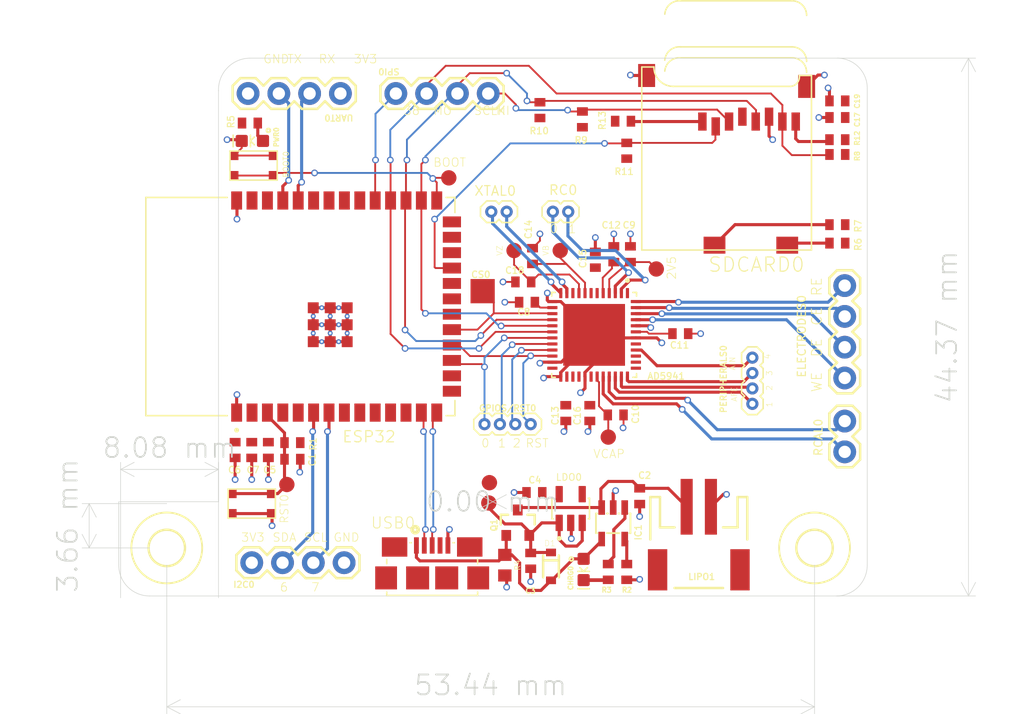
<source format=kicad_pcb>
(kicad_pcb (version 20241229) (generator "pcbnew") (generator_version "9.0")
  (layers (0 "F.Cu" signal) (2 "B.Cu" signal) (13 "F.Paste" user) (15 "B.Paste" user) (5 "F.SilkS" user "F.Silkscreen") (7 "B.SilkS" user "B.Silkscreen") (1 "F.Mask" user) (3 "B.Mask" user) (25 "Edge.Cuts" user))
  (net 0 "")
  (net 1 "GND")
  (net 2 "USB_P")
  (net 3 "USB_N")
  (net 4 "V_USB")
  (net 5 "VLIPO")
  (net 6 "3.3V")
  (net 7 "BOOT")
  (net 8 "N$1")
  (net 9 "N$2")
  (net 10 "N$3")
  (net 11 "N$7")
  (net 12 "N$4")
  (net 13 "MISO")
  (net 14 "SCLK")
  (net 15 "MOSI")
  (net 16 "SDA/6/CH0")
  (net 17 "SCL/7/CH1")
  (net 18 "XTAL.I")
  (net 19 "XTAL.O")
  (net 20 "RE")
  (net 21 "WE")
  (net 22 "CE")
  (net 23 "CS.AFE")
  (net 24 "REF.2V5")
  (net 25 "REF.1V8")
  (net 26 "DVDD.1V8")
  (net 27 "BIAS.CAP")
  (net 28 "AVDD.REG")
  (net 29 "RCAL0")
  (net 30 "RCAL1")
  (net 31 "ZERO.0")
  (net 32 "BIAS.0")
  (net 33 "RC0.0")
  (net 34 "RC0.1")
  (net 35 "RC0.2")
  (net 36 "AIN0")
  (net 37 "AIN1")
  (net 38 "AIN2")
  (net 39 "AIN3")
  (net 40 "AIN4")
  (net 41 "AFE1")
  (net 42 "AFE2")
  (net 43 "AFE3")
  (net 44 "AFE4")
  (net 45 "GPIO.0")
  (net 46 "GPIO.1")
  (net 47 "GPIO.2")
  (net 48 "DE")
  (net 49 "MCU.RST")
  (net 50 "AFE.RST")
  (net 51 "RX")
  (net 52 "TX")
  (net 53 "CD1")
  (net 54 "CD2")
  (net 55 "CS.SD")
  (net 56 "DAT1")
  (net 57 "DAT2")
  (net 58 "CS.SPI")
  (footprint "HELPStat_V2:R0402" (layer "F.Cu") (at 176.908774 90.76337 180)
    (property "Reference" "R8")
    (property "Value" "47k")
  )
  (footprint "HELPStat_V2:C0402" (layer "F.Cu") (at 159.839974 98.99297 90)
    (property "Reference" "C9")
    (property "Value" "470n")
  )
  (footprint "HELPStat_V2:MICROSD" (layer "F.Cu") (at 174.775174 98.68817 180)
    (property "Reference" "SDCARD0")
    (property "Value" "MICROSD" (hide yes))
  )
  (footprint "HELPStat_V2:R0402" (layer "F.Cu") (at 155.877574 87.86777 90)
    (property "Reference" "R9")
    (property "Value" "47k")
  )
  (footprint "HELPStat_V2:R0402" (layer "F.Cu") (at 131.950774 114.53777 180)
    (property "Reference" "R1")
    (property "Value" "10k")
  )
  (footprint "HELPStat_V2:R0402" (layer "F.Cu") (at 176.908774 98.07857 180)
    (property "Reference" "R6")
    (property "Value" "47k")
  )
  (footprint "HELPStat_V2:TP20SQ_385" (layer "F.Cu") (at 147.647974 102.04097)
    (property "Reference" "CS0")
    (property "Value" "TPTP20SQ")
  )
  (footprint "HELPStat_V2:C0402" (layer "F.Cu") (at 176.908774 87.71537 180)
    (property "Reference" "C17")
    (property "Value" "10u")
  )
  (footprint "HELPStat_V2:C0402" (layer "F.Cu") (at 160.601974 118.95737 -90)
    (property "Reference" "C2")
    (property "Value" "10u")
  )
  (footprint "HELPStat_V2:1X04" (layer "F.Cu") (at 128.597974 124.44377)
    (property "Reference" "I2C0")
    (property "Value" "")
  )
  (footprint "HELPStat_V2:PAD.03X.05" (layer "F.Cu") (at 148.206774 117.83977)
    (property "Reference" "TP4" (hide yes))
    (property "Value" "" (hide yes))
  )
  (footprint "HELPStat_V2:C0402" (layer "F.Cu") (at 151.000774 101.27897 180)
    (property "Reference" "C18")
    (property "Value" "100n")
  )
  (footprint "HELPStat_V2:R0402" (layer "F.Cu") (at 128.445574 88.17257 180)
    (property "Reference" "R5")
    (property "Value" "4k7")
  )
  (footprint "HELPStat_V2:XCVR_ESP32S3WROOM1N8R8" (layer "F.Cu") (at 132.611174 103.31097 90)
    (property "Reference" "ESP32")
    (property "Value" "ESP32-S3-WROOM-1-N8R8")
  )
  (footprint "HELPStat_V2:1X02_1.27MM" (layer "F.Cu") (at 153.439174 95.48777)
    (property "Reference" "RC0")
    (property "Value" "")
  )
  (footprint "HELPStat_V2:PAD.03X.05" (layer "F.Cu") (at 144.853974 92.69377)
    (property "Reference" "TP1" (hide yes))
    (property "Value" "" (hide yes))
  )
  (footprint "HELPStat_V2:C0402" (layer "F.Cu") (at 129.969574 115.14737 -90)
    (property "Reference" "C5")
    (property "Value" "10u")
  )
  (footprint "HELPStat_V2:PAD.03X.05" (layer "F.Cu") (at 148.155974 119.51617)
    (property "Reference" "TP3" (hide yes))
    (property "Value" "" (hide yes))
  )
  (footprint "HELPStat_V2:2,8_237" (layer "F.Cu") (at 175.029174 123.22457)
    (property "Reference" "H4" (hide yes))
    (property "Value" "MOUNT-HOLE2.8" (hide yes))
  )
  (footprint "HELPStat_V2:JST-2-SMD" (layer "F.Cu") (at 165.478774 123.52937 180)
    (property "Reference" "LIPO1")
    (property "Value" "")
  )
  (footprint "HELPStat_V2:C0402" (layer "F.Cu") (at 127.226374 115.14737 -90)
    (property "Reference" "C6")
    (property "Value" "10u")
  )
  (footprint "HELPStat_V2:C0402" (layer "F.Cu") (at 151.305574 102.95537 180)
    (property "Reference" "C8")
    (property "Value" "470n")
  )
  (footprint "HELPStat_V2:1X04" (layer "F.Cu") (at 135.913174 85.73417 180)
    (property "Reference" "UART0")
    (property "Value" "")
  )
  (footprint "HELPStat_V2:C0402" (layer "F.Cu") (at 131.950774 115.90937)
    (property "Reference" "C1")
    (property "Value" "10u")
  )
  (footprint "HELPStat_V2:C0402" (layer "F.Cu") (at 151.762774 99.14537 90)
    (property "Reference" "C14")
    (property "Value" "100n")
  )
  (footprint "HELPStat_V2:LED-0603" (layer "F.Cu") (at 155.979174 125.00257 -90)
    (property "Reference" "CHRG0")
    (property "Value" "YLW")
  )
  (footprint "HELPStat_V2:R0402" (layer "F.Cu") (at 176.908774 89.54417 180)
    (property "Reference" "R12")
    (property "Value" "47k")
  )
  (footprint "HELPStat_V2:C0402" (layer "F.Cu") (at 128.597974 115.14737 -90)
    (property "Reference" "C7")
    (property "Value" "1u")
  )
  (footprint "HELPStat_V2:1X02" (layer "F.Cu") (at 177.518374 115.29977 90)
    (property "Reference" "RCAL0")
    (property "Value" "")
  )
  (footprint "HELPStat_V2:R0402" (layer "F.Cu") (at 152.372374 87.10577 90)
    (property "Reference" "R10")
    (property "Value" "47k")
  )
  (footprint "HELPStat_V2:PAD.03X.05" (layer "F.Cu") (at 154.048774 98.68817)
    (property "Reference" "VB0" (hide yes))
    (property "Value" "" (hide yes))
  )
  (footprint "HELPStat_V2:C0402" (layer "F.Cu") (at 158.620774 112.25177)
    (property "Reference" "C10")
    (property "Value" "470n")
  )
  (footprint "HELPStat_V2:R0402" (layer "F.Cu") (at 159.535174 90.45857 90)
    (property "Reference" "R11")
    (property "Value" "47k")
  )
  (footprint "HELPStat_V2:C0402" (layer "F.Cu") (at 156.944374 99.45017 90)
    (property "Reference" "C15")
    (property "Value" "100n")
  )
  (footprint "HELPStat_V2:BUTTON-GULLWING" (layer "F.Cu") (at 128.750374 91.67777)
    (property "Reference" "BOOT0")
    (property "Value" "")
  )
  (footprint "HELPStat_V2:SOT23-3" (layer "F.Cu") (at 150.543574 121.19257)
    (property "Reference" "Q1")
    (property "Value" "2.5A/30V/105mΩ")
  )
  (footprint "HELPStat_V2:R0603" (layer "F.Cu") (at 149.476774 124.64697 -90)
    (property "Reference" "R4")
    (property "Value" "100k")
  )
  (footprint "HELPStat_V2:C0402" (layer "F.Cu") (at 176.908774 86.34377 180)
    (property "Reference" "C19")
    (property "Value" "100n")
  )
  (footprint "HELPStat_V2:R0402" (layer "F.Cu") (at 159.230374 88.02017)
    (property "Reference" "R13")
    (property "Value" "47k")
  )
  (footprint "HELPStat_V2:C0402" (layer "F.Cu") (at 163.954774 105.54617)
    (property "Reference" "C11")
    (property "Value" "4.7u")
  )
  (footprint "HELPStat_V2:2,8_237" (layer "F.Cu") (at 121.587574 123.22457)
    (property "Reference" "H2" (hide yes))
    (property "Value" "MOUNT-HOLE2.8" (hide yes))
  )
  (footprint "HELPStat_V2:C0402" (layer "F.Cu") (at 151.610374 124.29137 -90)
    (property "Reference" "C3")
    (property "Value" "10u")
  )
  (footprint "HELPStat_V2:AMPHENOL_10118192-0001LF_39346738" (layer "F.Cu") (at 143.482374 123.02137)
    (property "Reference" "USB0")
    (property "Value" "10118192-0001LF")
  )
  (footprint "HELPStat_V2:1X04_1.27MM" (layer "F.Cu") (at 169.898374 107.52737 -90)
    (property "Reference" "PERIPHERALS0")
    (property "Value" "")
  )
  (footprint "HELPStat_V2:PAD.03X.05" (layer "F.Cu") (at 158.011174 114.08057)
    (property "Reference" "VCAP0" (hide yes))
    (property "Value" "" (hide yes))
  )
  (footprint "HELPStat_V2:PAD.03X.05" (layer "F.Cu") (at 150.238774 98.68817)
    (property "Reference" "VZ0" (hide yes))
    (property "Value" "" (hide yes))
  )
  (footprint "HELPStat_V2:QFN50P700X700X80-49N_39313983" (layer "F.Cu") (at 156.842774 105.64777 -90)
    (property "Reference" "AD5941")
    (property "Value" "AD5941BCPZ-RL7")
  )
  (footprint "HELPStat_V2:R0402" (layer "F.Cu") (at 158.011174 125.20577 90)
    (property "Reference" "R3")
    (property "Value" "4k7")
  )
  (footprint "HELPStat_V2:PAD.03X.05" (layer "F.Cu") (at 161.973574 100.21217)
    (property "Reference" "UNK2V5" (hide yes))
    (property "Value" "" (hide yes))
  )
  (footprint "HELPStat_V2:1X04_1.27MM" (layer "F.Cu") (at 147.800374 113.01377)
    (property "Reference" "GPIOS/RST0")
    (property "Value" "")
  )
  (footprint "HELPStat_V2:SOT23-5L" (layer "F.Cu") (at 158.417574 121.19257 180)
    (property "Reference" "IC1")
    (property "Value" "MCP73831/OT")
  )
  (footprint "HELPStat_V2:PAD.03X.05" (layer "F.Cu") (at 131.493574 117.99217)
    (property "Reference" "TP2" (hide yes))
    (property "Value" "" (hide yes))
  )
  (footprint "HELPStat_V2:R0402" (layer "F.Cu") (at 176.908774 96.55457 180)
    (property "Reference" "R7")
    (property "Value" "47k")
  )
  (footprint "HELPStat_V2:LED-0603" (layer "F.Cu") (at 128.648774 89.64577 180)
    (property "Reference" "PWR0")
    (property "Value" "GREEN")
  )
  (footprint "HELPStat_V2:C0402" (layer "F.Cu") (at 158.468374 98.99297 90)
    (property "Reference" "C12")
    (property "Value" "470n")
  )
  (footprint "HELPStat_V2:1X02_1.27MM" (layer "F.Cu") (at 149.629174 95.48777 180)
    (property "Reference" "XTAL0")
    (property "Value" "")
  )
  (footprint "HELPStat_V2:R0402" (layer "F.Cu") (at 159.535174 125.20577 90)
    (property "Reference" "R2")
    (property "Value" "4k7")
  )
  (footprint "HELPStat_V2:BUTTON-GULLWING" (layer "F.Cu") (at 128.597974 119.56697 180)
    (property "Reference" "RST0")
    (property "Value" "")
  )
  (footprint "HELPStat_V2:SOT95P285X140-5N_39313995" (layer "F.Cu") (at 154.912374 119.97337 90)
    (property "Reference" "LDO0")
    (property "Value" "AP2112K-3.3TRG1")
  )
  (footprint "HELPStat_V2:C0402" (layer "F.Cu") (at 151.915174 118.65257 180)
    (property "Reference" "C4")
    (property "Value" "10u")
  )
  (footprint "HELPStat_V2:C0402" (layer "F.Cu") (at 156.487174 112.09937 -90)
    (property "Reference" "C16")
    (property "Value" "100n")
  )
  (footprint "HELPStat_V2:SOD-323_39314421" (layer "F.Cu") (at 153.286774 124.74857 -90)
    (property "Reference" "D1")
    (property "Value" "BAT20JFILM")
  )
  (footprint "HELPStat_V2:1X04" (layer "F.Cu") (at 140.485174 85.73417)
    (property "Reference" "SPI0")
    (property "Value" "")
  )
  (footprint "HELPStat_V2:C0402" (layer "F.Cu") (at 154.505974 112.09937 -90)
    (property "Reference" "C13")
    (property "Value" "100n")
  )
  (footprint "HELPStat_V2:1X04" (layer "F.Cu") (at 177.518374 101.58377 -90)
    (property "Reference" "ELECTRODES0")
    (property "Value" "")
  )
  (gr_circle (center 154.963174 124.13897) (end 155.115574 124.13897) (stroke (width 0.1524)) (fill no) (layer "F.SilkS"))
  (gr_circle (center 129.969574 88.78217) (end 130.121974 88.78217) (stroke (width 0.1524)) (fill no) (layer "F.SilkS"))
  (gr_arc (start 179.375867 124.655628) (mid 178.62887 126.446079) (end 176.835883 127.18697) (stroke (width 0.05)) (layer "Edge.Cuts"))
  (gr_line (start 125.854774 85.498167) (end 125.854774 119.41457) (stroke (width 0.05)) (layer "Edge.Cuts"))
  (gr_line (start 120.165174 127.18697) (end 176.835883 127.18697) (stroke (width 0.05)) (layer "Edge.Cuts"))
  (gr_arc (start 125.854775 85.498168) (mid 126.567627 83.635661) (end 128.387562 82.82023) (stroke (width 0.05)) (layer "Edge.Cuts"))
  (gr_line (start 125.854774 119.41457) (end 117.625174 119.41457) (stroke (width 0.05)) (layer "Edge.Cuts"))
  (gr_arc (start 176.963599 82.82023) (mid 178.699918 83.59274) (end 179.375867 85.36888) (stroke (width 0.05)) (layer "Edge.Cuts"))
  (gr_line (start 176.963599 82.82023) (end 128.387562 82.82023) (stroke (width 0.05)) (layer "Edge.Cuts"))
  (gr_line (start 117.625174 119.41457) (end 117.625174 124.64697) (stroke (width 0.05)) (layer "Edge.Cuts"))
  (gr_arc (start 120.165174 127.18697) (mid 118.369123 126.443021) (end 117.625174 124.64697) (stroke (width 0.05)) (layer "Edge.Cuts"))
  (gr_line (start 179.375867 124.655629) (end 179.375867 85.36888) (stroke (width 0.05)) (layer "Edge.Cuts"))
  (gr_text "SDA" (at 130.274374 122.76737 0) (layer "F.SilkS") (effects (font (size 0.70104 0.70104) (thickness 0.06096)) (justify left bottom)))
  (gr_text "GND" (at 129.512374 83.29577 0) (layer "F.SilkS") (effects (font (size 0.70104 0.70104) (thickness 0.06096)) (justify left bottom)))
  (gr_text "3V3" (at 136.979974 83.29577 0) (layer "F.SilkS") (effects (font (size 0.70104 0.70104) (thickness 0.06096)) (justify left bottom)))
  (gr_text "0" (at 147.495574 114.99497 0) (layer "F.SilkS") (effects (font (size 0.70104 0.70104) (thickness 0.06096)) (justify left bottom)))
  (gr_text "MI" (at 148.714774 87.56297 0) (layer "F.SilkS") (effects (font (size 0.70104 0.70104) (thickness 0.06096)) (justify left bottom)))
  (gr_text "AIN" (at 168.526774 108.59417 90) (layer "F.SilkS") (effects (font (size 0.46736 0.46736) (thickness 0.04064)) (justify left bottom)))
  (gr_text "RE" (at 175.689574 102.49817 90) (layer "F.SilkS") (effects (font (size 0.81788 0.81788) (thickness 0.07112)) (justify left bottom)))
  (gr_text "RX" (at 134.084374 83.29577 0) (layer "F.SilkS") (effects (font (size 0.70104 0.70104) (thickness 0.06096)) (justify left bottom)))
  (gr_text "3" (at 171.574774 109.05137 90) (layer "F.SilkS") (effects (font (size 0.46736 0.46736) (thickness 0.04064)) (justify left bottom)))
  (gr_text "MO" (at 143.533174 87.56297 0) (layer "F.SilkS") (effects (font (size 0.70104 0.70104) (thickness 0.06096)) (justify left bottom)))
  (gr_text "38" (at 141.094774 87.56297 0) (layer "F.SilkS") (effects (font (size 0.70104 0.70104) (thickness 0.06096)) (justify left bottom)))
  (gr_text "WE" (at 175.689574 110.42297 90) (layer "F.SilkS") (effects (font (size 0.81788 0.81788) (thickness 0.07112)) (justify left bottom)))
  (gr_text "BOOT" (at 143.533174 91.83017 0) (layer "F.SilkS") (effects (font (size 0.70104 0.70104) (thickness 0.06096)) (justify left bottom)))
  (gr_text "4" (at 171.422374 107.67977 90) (layer "F.SilkS") (effects (font (size 0.46736 0.46736) (thickness 0.04064)) (justify left bottom)))
  (gr_text "TX" (at 131.493574 83.29577 0) (layer "F.SilkS") (effects (font (size 0.70104 0.70104) (thickness 0.06096)) (justify left bottom)))
  (gr_text "6" (at 130.883974 126.88217 0) (layer "F.SilkS") (effects (font (size 0.70104 0.70104) (thickness 0.06096)) (justify left bottom)))
  (gr_text "2V5" (at 163.649974 101.12657 90) (layer "F.SilkS") (effects (font (size 0.70104 0.70104) (thickness 0.06096)) (justify left bottom)))
  (gr_text "3V3" (at 127.683574 122.76737 0) (layer "F.SilkS") (effects (font (size 0.70104 0.70104) (thickness 0.06096)) (justify left bottom)))
  (gr_text "VB" (at 153.134374 99.14537 90) (layer "F.SilkS") (effects (font (size 0.46736 0.46736) (thickness 0.04064)) (justify left bottom)))
  (gr_text "DE" (at 175.689574 107.52737 90) (layer "F.SilkS") (effects (font (size 0.81788 0.81788) (thickness 0.07112)) (justify left bottom)))
  (gr_text "VCAP" (at 156.73624 115.876756 0) (layer "F.SilkS") (effects (font (size 0.70104 0.70104) (thickness 0.06096)) (justify left bottom)))
  (gr_text "2" (at 150.086374 114.99497 0) (layer "F.SilkS") (effects (font (size 0.70104 0.70104) (thickness 0.06096)) (justify left bottom)))
  (gr_text "0" (at 153.134374 97.31657 0) (layer "F.SilkS") (effects (font (size 0.70104 0.70104) (thickness 0.06096)) (justify left bottom)))
  (gr_text "CE" (at 175.689574 104.93657 90) (layer "F.SilkS") (effects (font (size 0.81788 0.81788) (thickness 0.07112)) (justify left bottom)))
  (gr_text "VZ" (at 149.324374 99.14537 90) (layer "F.SilkS") (effects (font (size 0.46736 0.46736) (thickness 0.04064)) (justify left bottom)))
  (gr_text "RST" (at 151.153174 114.99497 0) (layer "F.SilkS") (effects (font (size 0.70104 0.70104) (thickness 0.06096)) (justify left bottom)))
  (gr_text "1" (at 148.867174 114.99497 0) (layer "F.SilkS") (effects (font (size 0.70104 0.70104) (thickness 0.06096)) (justify left bottom)))
  (gr_text "GND" (at 135.303574 122.76737 0) (layer "F.SilkS") (effects (font (size 0.70104 0.70104) (thickness 0.06096)) (justify left bottom)))
  (gr_text "SCLK" (at 146.885974 87.56297 0) (layer "F.SilkS") (effects (font (size 0.70104 0.70104) (thickness 0.06096)) (justify left bottom)))
  (gr_text "AFE" (at 168.679174 111.18497 90) (layer "F.SilkS") (effects (font (size 0.46736 0.46736) (thickness 0.04064)) (justify left bottom)))
  (gr_text "SCL" (at 132.865174 122.76737 0) (layer "F.SilkS") (effects (font (size 0.70104 0.70104) (thickness 0.06096)) (justify left bottom)))
  (gr_text "7" (at 133.474774 126.88217 0) (layer "F.SilkS") (effects (font (size 0.70104 0.70104) (thickness 0.06096)) (justify left bottom)))
  (gr_text "2" (at 171.574774 110.27057 90) (layer "F.SilkS") (effects (font (size 0.46736 0.46736) (thickness 0.04064)) (justify left bottom)))
  (gr_text "1" (at 154.658374 97.31657 0) (layer "F.SilkS") (effects (font (size 0.70104 0.70104) (thickness 0.06096)) (justify left bottom)))
  (gr_text "1" (at 171.574774 111.64217 90) (layer "F.SilkS") (effects (font (size 0.46736 0.46736) (thickness 0.04064)) (justify left bottom)))
  (dimension (type aligned) (layer "Edge.Cuts") (pts (xy 121.587574 123.22457) (xy 175.029174 123.22457)) (height 13.1064) (format (prefix "") (suffix "") (units 2) (units_format 1) (precision 2)) (style (thickness 0.05) (arrow_length 1.27) (text_position_mode 0) (arrow_direction outward) (extension_height 0.58642) (extension_offset 0) (keep_text_aligned yes)) (gr_text "53.44 mm" (at 148.308374 134.55297 0) (layer "Edge.Cuts") (effects (font (size 1.63576 1.63576) (thickness 0.14224)))))
  (dimension (type aligned) (layer "Edge.Cuts") (pts (xy 117.777574 127.33937) (xy 125.854774 127.33937)) (height -10.5918) (format (prefix "") (suffix "") (units 2) (units_format 1) (precision 2)) (style (thickness 0.05) (arrow_length 1.27) (text_position_mode 0) (arrow_direction outward) (extension_height 0.58642) (extension_offset 0) (keep_text_aligned yes)) (gr_text "8.08 mm" (at 121.816174 114.96957 0) (layer "Edge.Cuts") (effects (font (size 1.63576 1.63576) (thickness 0.14224)))))
  (dimension (type aligned) (layer "Edge.Cuts") (pts (xy 121.587574 123.22457) (xy 121.587574 119.56697)) (height -6.4008) (format (prefix "") (suffix "") (units 2) (units_format 1) (precision 2)) (style (thickness 0.05) (arrow_length 1.27) (text_position_mode 0) (arrow_direction outward) (extension_height 0.58642) (extension_offset 0) (keep_text_aligned yes)) (gr_text "3.66 mm" (at 113.408774 121.39577 90) (layer "Edge.Cuts") (effects (font (size 1.63576 1.63576) (thickness 0.14224)))))
  (dimension (type aligned) (layer "Edge.Cuts") (pts (xy 148.486174 119.41457) (xy 148.486174 119.41457)) (height 0) (format (prefix "") (suffix "") (units 2) (units_format 1) (precision 2)) (style (thickness 0.05) (arrow_length 1.27) (text_position_mode 0) (arrow_direction outward) (extension_height 0.58642) (extension_offset 0) (keep_text_aligned yes)) (gr_text "0.00 mm" (at 148.486174 119.41457 0) (layer "Edge.Cuts") (effects (font (size 1.63576 1.63576) (thickness 0.14224)))))
  (dimension (type aligned) (layer "Edge.Cuts") (pts (xy 176.899741 82.82023) (xy 176.899741 127.18697)) (height -10.829433) (format (prefix "") (suffix "") (units 2) (units_format 1) (precision 2)) (style (thickness 0.05) (arrow_length 1.27) (text_position_mode 0) (arrow_direction outward) (extension_height 0.58642) (extension_offset 0) (keep_text_aligned yes)) (gr_text "44.37 mm" (at 185.951174 105.0036 90) (layer "Edge.Cuts") (effects (font (size 1.63576 1.63576) (thickness 0.14224)))))
  (segment (start 151.265174 118.65257) (end 150.238774 118.65257) (width 0.254) (layer "F.Cu") (net 1))
  (segment (start 149.629174 125.64937) (end 149.629174 126.45957) (width 0.254) (layer "F.Cu") (net 1))
  (segment (start 171.275174 89.24457) (end 171.574774 89.54417) (width 0.254) (layer "F.Cu") (net 1))
  (segment (start 136.471174 103.41097) (end 136.471174 104.11097) (width 0.254) (layer "F.Cu") (net 1))
  (segment (start 156.690374 105.49537) (end 156.842774 105.64777) (width 0.254) (layer "F.Cu") (net 1))
  (segment (start 127.771774 89.64577) (end 127.670506 89.544502) (width 0.254) (layer "F.Cu") (net 1))
  (segment (start 136.471174 104.81097) (end 136.471174 104.11097) (width 0.254) (layer "F.Cu") (net 1))
  (segment (start 151.610374 124.94137) (end 151.610374 126.00617) (width 0.254) (layer "F.Cu") (net 1))
  (segment (start 151.762774 98.49537) (end 152.372374 97.88577) (width 0.1524) (layer "F.Cu") (net 1))
  (segment (start 135.071174 106.21097) (end 135.771174 106.21097) (width 0.254) (layer "F.Cu") (net 1))
  (segment (start 130.274374 120.46837) (end 130.274374 121.39577) (width 0.254) (layer "F.Cu") (net 1))
  (segment (start 156.092774 109.09277) (end 156.092774 110.05537) (width 0.254) (layer "F.Cu") (net 1))
  (segment (start 132.600774 116.93577) (end 132.560374 116.97617) (width 0.254) (layer "F.Cu") (net 1))
  (segment (start 154.505974 113.47097) (end 154.353574 113.62337) (width 0.254) (layer "F.Cu") (net 1))
  (segment (start 171.275174 89.24457) (end 171.275174 87.64817) (width 0.254) (layer "F.Cu") (net 1))
  (segment (start 127.351174 94.56097) (end 127.378774 94.58857) (width 0.254) (layer "F.Cu") (net 1))
  (segment (start 152.372374 97.88577) (end 152.372374 97.31657) (width 0.1524) (layer "F.Cu") (net 1))
  (segment (start 152.459174 107.89777) (end 152.372374 107.98457) (width 0.254) (layer "F.Cu") (net 1))
  (segment (start 153.092974 102.89777) (end 152.981974 102.78677) (width 0.254) (layer "F.Cu") (net 1))
  (segment (start 160.287774 104.89777) (end 161.364374 104.89777) (width 0.254) (layer "F.Cu") (net 1))
  (segment (start 144.782374 121.82297) (end 144.904774 121.70057) (width 0.254) (layer "F.Cu") (net 1))
  (segment (start 135.071174 103.41097) (end 134.371174 103.41097) (width 0.254) (layer "F.Cu") (net 1))
  (segment (start 127.226374 115.79737) (end 127.226374 117.58577) (width 0.254) (layer "F.Cu") (net 1))
  (segment (start 156.842774 105.64777) (end 156.842774 107.990783) (width 0.254) (layer "F.Cu") (net 1))
  (segment (start 154.505974 112.74937) (end 154.505974 113.47097) (width 0.254) (layer "F.Cu") (net 1))
  (segment (start 154.135574 107.89777) (end 153.397774 107.89777) (width 0.254) (layer "F.Cu") (net 1))
  (segment (start 135.071174 104.81097) (end 134.371174 104.81097) (width 0.254) (layer "F.Cu") (net 1))
  (segment (start 127.771774 90.23137) (end 127.771774 89.64577) (width 0.1524) (layer "F.Cu") (net 1))
  (segment (start 159.270774 112.25177) (end 159.270774 113.127067) (width 0.1524) (layer "F.Cu") (net 1))
  (segment (start 176.258774 87.71537) (end 175.384774 87.71537) (width 0.254) (layer "F.Cu") (net 1))
  (segment (start 129.969574 115.79737) (end 129.969574 117.58577) (width 0.254) (layer "F.Cu") (net 1))
  (segment (start 127.150374 90.85277) (end 127.771774 90.23137) (width 0.1524) (layer "F.Cu") (net 1))
  (segment (start 176.258774 85.38897) (end 176.146774 85.27697) (width 0.254) (layer "F.Cu") (net 1))
  (segment (start 153.397774 102.89777) (end 153.092974 102.89777) (width 0.254) (layer "F.Cu") (net 1))
  (segment (start 159.877974 84.24817) (end 159.839974 84.21017) (width 0.254) (layer "F.Cu") (net 1))
  (segment (start 156.842774 105.64777) (end 154.092774 102.89777) (width 0.254) (layer "F.Cu") (net 1))
  (segment (start 154.963174 121.20917) (end 154.963174 122.46257) (width 0.254) (layer "F.Cu") (net 1))
  (segment (start 160.287774 105.89777) (end 162.020374 105.89777) (width 0.254) (layer "F.Cu") (net 1))
  (segment (start 154.912374 121.15837) (end 154.963174 121.20917) (width 0.254) (layer "F.Cu") (net 1))
  (segment (start 159.535174 125.85577) (end 160.561574 125.85577) (width 0.254) (layer "F.Cu") (net 1))
  (segment (start 153.397774 107.89777) (end 152.459174 107.89777) (width 0.254) (layer "F.Cu") (net 1))
  (segment (start 156.842774 105.64777) (end 157.092774 105.89777) (width 0.254) (layer "F.Cu") (net 1))
  (segment (start 167.503174 118.80497) (end 167.764774 118.80497) (width 0.254) (layer "F.Cu") (net 1))
  (segment (start 156.092774 109.09277) (end 156.083374 109.08337) (width 0.254) (layer "F.Cu") (net 1))
  (segment (start 133.671174 103.41097) (end 133.671174 104.11097) (width 0.254) (layer "F.Cu") (net 1))
  (segment (start 156.842774 105.990783) (end 154.092774 108.740783) (width 0.254) (layer "F.Cu") (net 1))
  (segment (start 132.600774 115.90937) (end 132.600774 116.93577) (width 0.254) (layer "F.Cu") (net 1))
  (segment (start 156.842774 107.990783) (end 156.083374 108.750183) (width 0.254) (layer "F.Cu") (net 1))
  (segment (start 156.487174 113.47097) (end 156.334774 113.62337) (width 0.254) (layer "F.Cu") (net 1))
  (segment (start 152.981974 102.78677) (end 152.981974 102.19337) (width 0.254) (layer "F.Cu") (net 1))
  (segment (start 149.476774 125.49697) (end 149.629174 125.64937) (width 0.254) (layer "F.Cu") (net 1))
  (segment (start 135.071174 106.21097) (end 135.071174 105.51097) (width 0.254) (layer "F.Cu") (net 1))
  (segment (start 136.471174 104.81097) (end 136.471174 105.51097) (width 0.254) (layer "F.Cu") (net 1))
  (segment (start 133.671174 106.21097) (end 134.371174 106.21097) (width 0.254) (layer "F.Cu") (net 1))
  (segment (start 176.258774 86.34377) (end 176.258774 85.38897) (width 0.254) (layer "F.Cu") (net 1))
  (segment (start 157.092774 105.89777) (end 160.287774 105.89777) (width 0.254) (layer "F.Cu") (net 1))
  (segment (start 156.842774 105.990783) (end 156.842774 105.64777) (width 0.254) (layer "F.Cu") (net 1))
  (segment (start 159.839974 98.34297) (end 159.839974 97.31657) (width 0.1524) (layer "F.Cu") (net 1))
  (segment (start 152.788174 109.09277) (end 152.677174 109.20377) (width 0.254) (layer "F.Cu") (net 1))
  (segment (start 144.782374 123.02137) (end 144.782374 121.82297) (width 0.254) (layer "F.Cu") (net 1))
  (segment (start 128.597974 115.79737) (end 128.597974 117.58577) (width 0.254) (layer "F.Cu") (net 1))
  (segment (start 136.471174 103.41097) (end 135.771174 103.41097) (width 0.254) (layer "F.Cu") (net 1))
  (segment (start 159.230374 113.31857) (end 159.230374 113.16617) (width 0.1524) (layer "F.Cu") (net 1))
  (segment (start 156.944374 98.80017) (end 156.944374 97.62137) (width 0.254) (layer "F.Cu") (net 1))
  (segment (start 133.671174 103.41097) (end 134.371174 103.41097) (width 0.254) (layer "F.Cu") (net 1))
  (segment (start 156.690374 105.34297) (end 154.135574 107.89777) (width 0.254) (layer "F.Cu") (net 1))
  (segment (start 175.313174 84.21017) (end 175.841974 84.21017) (width 0.254) (layer "F.Cu") (net 1))
  (segment (start 164.604774 105.54617) (end 165.631174 105.54617) (width 0.1524) (layer "F.Cu") (net 1))
  (segment (start 136.471174 104.81097) (end 135.771174 104.81097) (width 0.254) (layer "F.Cu") (net 1))
  (segment (start 161.364374 104.89777) (end 161.516374 105.04977) (width 0.254) (layer "F.Cu") (net 1))
  (segment (start 135.071174 103.41097) (end 135.771174 103.41097) (width 0.254) (layer "F.Cu") (net 1))
  (segment (start 135.071174 106.21097) (end 134.371174 106.21097) (width 0.254) (layer "F.Cu") (net 1))
  (segment (start 154.092774 102.89777) (end 153.397774 102.89777) (width 0.254) (layer "F.Cu") (net 1))
  (segment (start 135.071174 104.81097) (end 135.071174 105.51097) (width 0.254) (layer "F.Cu") (net 1))
  (segment (start 158.417574 119.89257) (end 158.417574 118.70337) (width 0.254) (layer "F.Cu") (net 1))
  (segment (start 133.671174 106.21097) (end 133.671174 105.51097) (width 0.254) (layer "F.Cu") (net 1))
  (segment (start 150.350774 101.27897) (end 149.324374 101.27897) (width 0.1524) (layer "F.Cu") (net 1))
  (segment (start 160.601974 119.60737) (end 160.601974 120.63377) (width 0.254) (layer "F.Cu") (net 1))
  (segment (start 133.671174 104.81097) (end 133.671174 104.11097) (width 0.254) (layer "F.Cu") (net 1))
  (segment (start 154.092774 109.09277) (end 154.092774 108.740783) (width 0.254) (layer "F.Cu") (net 1))
  (segment (start 133.671174 104.81097) (end 133.671174 105.51097) (width 0.254) (layer "F.Cu") (net 1))
  (segment (start 136.471174 106.21097) (end 136.471174 105.51097) (width 0.254) (layer "F.Cu") (net 1))
  (segment (start 156.487174 112.74937) (end 156.487174 113.47097) (width 0.254) (layer "F.Cu") (net 1))
  (segment (start 127.378774 94.58857) (end 127.378774 96.09737) (width 0.254) (layer "F.Cu") (net 1))
  (segment (start 161.175174 84.24817) (end 159.877974 84.24817) (width 0.254) (layer "F.Cu") (net 1))
  (segment (start 127.351174 112.06097) (end 127.351174 110.60297) (width 0.254) (layer "F.Cu") (net 1))
  (segment (start 162.020374 105.89777) (end 162.430774 106.30817) (width 0.254) (layer "F.Cu") (net 1))
  (segment (start 135.071174 104.81097) (end 135.071174 104.11097) (width 0.254) (layer "F.Cu") (net 1))
  (segment (start 150.655574 102.95537) (end 149.476774 102.95537) (width 0.1524) (layer "F.Cu") (net 1))
  (segment (start 156.083374 108.750183) (end 156.083374 109.08337) (width 0.254) (layer "F.Cu") (net 1))
  (segment (start 127.351174 110.60297) (end 127.378774 110.57537) (width 0.254) (layer "F.Cu") (net 1))
  (segment (start 156.690374 105.49537) (end 156.690374 105.34297) (width 0.254) (layer "F.Cu") (net 1))
  (segment (start 158.417574 118.70337) (end 158.620774 118.50017) (width 0.254) (layer "F.Cu") (net 1))
  (segment (start 130.350374 90.85277) (end 127.150374 90.85277) (width 0.1524) (layer "F.Cu") (net 1))
  (segment (start 174.375174 85.14817) (end 175.313174 84.21017) (width 0.254) (layer "F.Cu") (net 1))
  (segment (start 160.561574 125.85577) (end 160.601974 125.81537) (width 0.254) (layer "F.Cu") (net 1))
  (segment (start 156.092774 110.05537) (end 155.725174 110.42297) (width 0.254) (layer "F.Cu") (net 1))
  (segment (start 166.478774 119.82937) (end 167.503174 118.80497) (width 0.254) (layer "F.Cu") (net 1))
  (segment (start 130.197974 120.39197) (end 126.997974 120.39197) (width 0.254) (layer "F.Cu") (net 1))
  (segment (start 130.197974 120.39197) (end 130.274374 120.46837) (width 0.254) (layer "F.Cu") (net 1))
  (segment (start 135.071174 104.81097) (end 135.771174 104.81097) (width 0.254) (layer "F.Cu") (net 1))
  (segment (start 158.468374 98.34297) (end 158.468374 97.31657) (width 0.1524) (layer "F.Cu") (net 1))
  (segment (start 133.671174 104.81097) (end 134.371174 104.81097) (width 0.254) (layer "F.Cu") (net 1))
  (segment (start 154.092774 109.09277) (end 152.788174 109.09277) (width 0.254) (layer "F.Cu") (net 1))
  (segment (start 136.471174 106.21097) (end 135.771174 106.21097) (width 0.254) (layer "F.Cu") (net 1))
  (segment (start 135.071174 103.41097) (end 135.071174 104.11097) (width 0.254) (layer "F.Cu") (net 1))
  (segment (start 159.270774 113.127067) (end 159.230374 113.16617) (width 0.1524) (layer "F.Cu") (net 1))
  (segment (start 127.670506 89.544502) (end 126.561153 89.544502) (width 0.254) (layer "F.Cu") (net 1))
  (via (at 156.944374 97.62137) (size 0.55) (drill 0.35) (layers "F.Cu" "B.Cu") (net 1))
  (via (at 127.378774 96.09737) (size 0.55) (drill 0.35) (layers "F.Cu" "B.Cu") (net 1))
  (via (at 151.610374 126.00617) (size 0.55) (drill 0.35) (layers "F.Cu" "B.Cu") (net 1))
  (via (at 160.601974 125.81537) (size 0.55) (drill 0.35) (layers "F.Cu" "B.Cu") (net 1))
  (via (at 149.476774 102.95537) (size 0.55) (drill 0.35) (layers "F.Cu" "B.Cu") (net 1))
  (via (at 175.384774 87.71537) (size 0.55) (drill 0.35) (layers "F.Cu" "B.Cu") (net 1))
  (via (at 171.574774 89.54417) (size 0.55) (drill 0.35) (layers "F.Cu" "B.Cu") (net 1))
  (via (at 130.274374 121.39577) (size 0.55) (drill 0.35) (layers "F.Cu" "B.Cu") (net 1))
  (via (at 144.904774 121.70057) (size 0.55) (drill 0.35) (layers "F.Cu" "B.Cu") (net 1))
  (via (at 132.560374 116.97617) (size 0.55) (drill 0.35) (layers "F.Cu" "B.Cu") (net 1))
  (via (at 155.725174 110.42297) (size 0.55) (drill 0.35) (layers "F.Cu" "B.Cu") (net 1))
  (via (at 150.238774 118.65257) (size 0.55) (drill 0.35) (layers "F.Cu" "B.Cu") (net 1))
  (via (at 159.839974 97.31657) (size 0.55) (drill 0.35) (layers "F.Cu" "B.Cu") (net 1))
  (via (at 128.597974 117.58577) (size 0.55) (drill 0.35) (layers "F.Cu" "B.Cu") (net 1))
  (via (at 159.230374 113.31857) (size 0.55) (drill 0.35) (layers "F.Cu" "B.Cu") (net 1))
  (via (at 162.430774 106.30817) (size 0.55) (drill 0.35) (layers "F.Cu" "B.Cu") (net 1))
  (via (at 160.601974 120.63377) (size 0.55) (drill 0.35) (layers "F.Cu" "B.Cu") (net 1))
  (via (at 165.631174 105.54617) (size 0.55) (drill 0.35) (layers "F.Cu" "B.Cu") (net 1))
  (via (at 149.324374 101.27897) (size 0.55) (drill 0.35) (layers "F.Cu" "B.Cu") (net 1))
  (via (at 152.372374 107.98457) (size 0.55) (drill 0.35) (layers "F.Cu" "B.Cu") (net 1))
  (via (at 159.839974 84.21017) (size 0.55) (drill 0.35) (layers "F.Cu" "B.Cu") (net 1))
  (via (at 127.378774 110.57537) (size 0.55) (drill 0.35) (layers "F.Cu" "B.Cu") (net 1))
  (via (at 156.334774 113.62337) (size 0.55) (drill 0.35) (layers "F.Cu" "B.Cu") (net 1))
  (via (at 154.963174 122.46257) (size 0.55) (drill 0.35) (layers "F.Cu" "B.Cu") (net 1))
  (via (at 167.764774 118.80497) (size 0.55) (drill 0.35) (layers "F.Cu" "B.Cu") (net 1))
  (via (at 175.841974 84.21017) (size 0.55) (drill 0.35) (layers "F.Cu" "B.Cu") (net 1))
  (via (at 152.677174 109.20377) (size 0.55) (drill 0.35) (layers "F.Cu" "B.Cu") (net 1))
  (via (at 161.516374 105.04977) (size 0.55) (drill 0.35) (layers "F.Cu" "B.Cu") (net 1))
  (via (at 129.969574 117.58577) (size 0.55) (drill 0.35) (layers "F.Cu" "B.Cu") (net 1))
  (via (at 154.353574 113.62337) (size 0.55) (drill 0.35) (layers "F.Cu" "B.Cu") (net 1))
  (via (at 127.226374 117.58577) (size 0.55) (drill 0.35) (layers "F.Cu" "B.Cu") (net 1))
  (via (at 152.981974 102.19337) (size 0.55) (drill 0.35) (layers "F.Cu" "B.Cu") (net 1))
  (via (at 149.629174 126.45957) (size 0.55) (drill 0.35) (layers "F.Cu" "B.Cu") (net 1))
  (via (at 158.620774 118.50017) (size 0.55) (drill 0.35) (layers "F.Cu" "B.Cu") (net 1))
  (via (at 152.372374 97.31657) (size 0.55) (drill 0.35) (layers "F.Cu" "B.Cu") (net 1))
  (via (at 158.468374 97.31657) (size 0.55) (drill 0.35) (layers "F.Cu" "B.Cu") (net 1))
  (via (at 126.561153 89.544502) (size 0.55) (drill 0.35) (layers "F.Cu" "B.Cu") (net 1))
  (via (at 176.146774 85.27697) (size 0.55) (drill 0.35) (layers "F.Cu" "B.Cu") (net 1))
  (segment (start 143.482374 121.79177) (end 143.573574 121.70057) (width 0.1524) (layer "F.Cu") (net 2))
  (segment (start 143.533174 113.62337) (end 143.533174 112.38897) (width 0.1524) (layer "F.Cu") (net 2))
  (segment (start 143.533174 112.38897) (end 143.861174 112.06097) (width 0.1524) (layer "F.Cu") (net 2))
  (segment (start 143.482374 123.02137) (end 143.482374 121.79177) (width 0.1524) (layer "F.Cu") (net 2))
  (via (at 143.533174 113.62337) (size 0.55) (drill 0.35) (layers "F.Cu" "B.Cu") (net 2))
  (via (at 143.573574 121.70057) (size 0.55) (drill 0.35) (layers "F.Cu" "B.Cu") (net 2))
  (segment (start 143.573574 121.70057) (end 143.573574 113.66377) (width 0.1524) (layer "B.Cu") (net 2))
  (segment (start 143.573574 113.66377) (end 143.533174 113.62337) (width 0.1524) (layer "B.Cu") (net 2))
  (segment (start 142.832374 123.02137) (end 142.832374 121.79177) (width 0.1524) (layer "F.Cu") (net 3))
  (segment (start 142.832374 121.79177) (end 142.923574 121.70057) (width 0.1524) (layer "F.Cu") (net 3))
  (segment (start 142.771174 113.62337) (end 142.771174 112.24097) (width 0.1524) (layer "F.Cu") (net 3))
  (segment (start 142.771174 112.24097) (end 142.591174 112.06097) (width 0.1524) (layer "F.Cu") (net 3))
  (via (at 142.923574 121.70057) (size 0.55) (drill 0.35) (layers "F.Cu" "B.Cu") (net 3))
  (via (at 142.771174 113.62337) (size 0.55) (drill 0.35) (layers "F.Cu" "B.Cu") (net 3))
  (segment (start 142.923574 121.70057) (end 142.923574 113.77577) (width 0.1524) (layer "B.Cu") (net 3))
  (segment (start 142.923574 113.77577) (end 142.771174 113.62337) (width 0.1524) (layer "B.Cu") (net 3))
  (segment (start 149.476774 123.79697) (end 149.593574 123.68017) (width 0.254) (layer "F.Cu") (net 4))
  (segment (start 142.466374 124.29137) (end 148.982374 124.29137) (width 0.254) (layer "F.Cu") (net 4))
  (segment (start 153.355974 125.89857) (end 155.128974 124.12557) (width 0.254) (layer "F.Cu") (net 4))
  (segment (start 150.695974 124.44377) (end 150.695974 126.12017) (width 0.254) (layer "F.Cu") (net 4))
  (segment (start 155.128974 124.12557) (end 155.979174 124.12557) (width 0.254) (layer "F.Cu") (net 4))
  (segment (start 152.455574 126.72977) (end 153.286774 125.89857) (width 0.254) (layer "F.Cu") (net 4))
  (segment (start 142.182374 124.00737) (end 142.466374 124.29137) (width 0.254) (layer "F.Cu") (net 4))
  (segment (start 149.593574 123.68017) (end 149.593574 122.19257) (width 0.254) (layer "F.Cu") (net 4))
  (segment (start 150.049174 123.79697) (end 150.695974 124.44377) (width 0.254) (layer "F.Cu") (net 4))
  (segment (start 150.695974 126.12017) (end 151.305574 126.72977) (width 0.254) (layer "F.Cu") (net 4))
  (segment (start 151.305574 126.72977) (end 152.455574 126.72977) (width 0.254) (layer "F.Cu") (net 4))
  (segment (start 157.467574 122.63717) (end 157.467574 122.49257) (width 0.254) (layer "F.Cu") (net 4))
  (segment (start 149.476774 123.79697) (end 150.049174 123.79697) (width 0.254) (layer "F.Cu") (net 4))
  (segment (start 153.286774 125.89857) (end 153.355974 125.89857) (width 0.254) (layer "F.Cu") (net 4))
  (segment (start 148.982374 124.29137) (end 149.476774 123.79697) (width 0.254) (layer "F.Cu") (net 4))
  (segment (start 142.182374 123.02137) (end 142.182374 124.00737) (width 0.254) (layer "F.Cu") (net 4))
  (segment (start 155.979174 124.12557) (end 157.467574 122.63717) (width 0.254) (layer "F.Cu") (net 4))
  (segment (start 158.011174 117.73817) (end 157.401574 118.34777) (width 0.254) (layer "F.Cu") (net 5))
  (segment (start 162.956774 118.30737) (end 160.601974 118.30737) (width 0.254) (layer "F.Cu") (net 5))
  (segment (start 160.032774 117.73817) (end 158.011174 117.73817) (width 0.254) (layer "F.Cu") (net 5))
  (segment (start 157.401574 118.34777) (end 157.401574 119.89257) (width 0.254) (layer "F.Cu") (net 5))
  (segment (start 157.467574 119.89257) (end 157.401574 119.89257) (width 0.254) (layer "F.Cu") (net 5))
  (segment (start 164.478774 119.82937) (end 162.956774 118.30737) (width 0.254) (layer "F.Cu") (net 5))
  (segment (start 157.401574 119.89257) (end 150.743574 119.89257) (width 0.254) (layer "F.Cu") (net 5))
  (segment (start 160.601974 118.30737) (end 160.032774 117.73817) (width 0.254) (layer "F.Cu") (net 5))
  (segment (start 150.743574 119.89257) (end 150.543574 120.09257) (width 0.254) (layer "F.Cu") (net 5))
  (segment (start 143.583974 92.69377) (end 143.533174 92.74457) (width 0.1524) (layer "F.Cu") (net 7))
  (segment (start 130.565774 92.28737) (end 130.350374 92.50277) (width 0.1524) (layer "F.Cu") (net 7))
  (segment (start 143.861174 93.07257) (end 143.533174 92.74457) (width 0.1524) (layer "F.Cu") (net 7))
  (segment (start 133.779574 92.28737) (end 130.565774 92.28737) (width 0.1524) (layer "F.Cu") (net 7))
  (segment (start 130.350374 92.50277) (end 127.150374 92.50277) (width 0.1524) (layer "F.Cu") (net 7))
  (segment (start 143.861174 94.56097) (end 143.861174 93.07257) (width 0.1524) (layer "F.Cu") (net 7))
  (segment (start 144.853974 92.69377) (end 143.583974 92.69377) (width 0.1524) (layer "F.Cu") (net 7))
  (via (at 133.779574 92.28737) (size 0.55) (drill 0.35) (layers "F.Cu" "B.Cu") (net 7))
  (via (at 143.533174 92.74457) (size 0.55) (drill 0.35) (layers "F.Cu" "B.Cu") (net 7))
  (segment (start 143.533174 92.74457) (end 143.075974 92.28737) (width 0.1524) (layer "B.Cu") (net 7))
  (segment (start 143.075974 92.28737) (end 133.779574 92.28737) (width 0.1524) (layer "B.Cu") (net 7))
  (segment (start 157.987374 125.87957) (end 158.011174 125.85577) (width 0.254) (layer "F.Cu") (net 8))
  (segment (start 155.979174 125.87957) (end 157.987374 125.87957) (width 0.3048) (layer "F.Cu") (net 8))
  (segment (start 158.468374 123.94617) (end 158.468374 121.70057) (width 0.254) (layer "F.Cu") (net 9))
  (segment (start 159.382774 120.78617) (end 159.382774 119.90777) (width 0.254) (layer "F.Cu") (net 9))
  (segment (start 158.468374 123.94617) (end 158.011174 124.40337) (width 0.254) (layer "F.Cu") (net 9))
  (segment (start 159.382774 119.90777) (end 159.367574 119.89257) (width 0.254) (layer "F.Cu") (net 9))
  (segment (start 158.468374 121.70057) (end 159.382774 120.78617) (width 0.254) (layer "F.Cu") (net 9))
  (segment (start 158.011174 124.55577) (end 158.011174 124.40337) (width 0.254) (layer "F.Cu") (net 9))
  (segment (start 159.535174 122.66017) (end 159.367574 122.49257) (width 0.254) (layer "F.Cu") (net 10))
  (segment (start 159.535174 124.55577) (end 159.535174 122.66017) (width 0.254) (layer "F.Cu") (net 10))
  (segment (start 152.527774 121.15837) (end 153.962374 121.15837) (width 0.254) (layer "F.Cu") (net 11))
  (segment (start 153.286774 123.59857) (end 151.653174 123.59857) (width 0.254) (layer "F.Cu") (net 11))
  (segment (start 153.962374 122.52857) (end 154.505974 123.07217) (width 0.254) (layer "F.Cu") (net 11))
  (segment (start 148.155974 119.92257) (end 148.155974 119.51617) (width 0.254) (layer "F.Cu") (net 11))
  (segment (start 151.653174 123.59857) (end 151.610374 123.64137) (width 0.254) (layer "F.Cu") (net 11))
  (segment (start 155.862374 122.63017) (end 155.862374 121.15837) (width 0.254) (layer "F.Cu") (net 11))
  (segment (start 151.493574 121.88777) (end 150.849174 121.24337) (width 0.254) (layer "F.Cu") (net 11))
  (segment (start 151.610374 123.64137) (end 151.610374 122.30937) (width 0.254) (layer "F.Cu") (net 11))
  (segment (start 155.420374 123.07217) (end 155.862374 122.63017) (width 0.254) (layer "F.Cu") (net 11))
  (segment (start 150.849174 121.24337) (end 149.476774 121.24337) (width 0.254) (layer "F.Cu") (net 11))
  (segment (start 151.493574 122.19257) (end 151.493574 121.88777) (width 0.254) (layer "F.Cu") (net 11))
  (segment (start 154.505974 123.07217) (end 155.420374 123.07217) (width 0.254) (layer "F.Cu") (net 11))
  (segment (start 153.962374 121.15837) (end 153.962374 122.52857) (width 0.254) (layer "F.Cu") (net 11))
  (segment (start 149.476774 121.24337) (end 148.155974 119.92257) (width 0.254) (layer "F.Cu") (net 11))
  (segment (start 151.493574 122.19257) (end 152.527774 121.15837) (width 0.254) (layer "F.Cu") (net 11))
  (segment (start 151.610374 122.30937) (end 151.493574 122.19257) (width 0.254) (layer "F.Cu") (net 11))
  (segment (start 129.095574 88.17257) (end 129.095574 89.21557) (width 0.254) (layer "F.Cu") (net 12))
  (segment (start 129.095574 89.21557) (end 129.525774 89.64577) (width 0.254) (layer "F.Cu") (net 12))
  (segment (start 148.710774 105.39777) (end 147.343174 106.76537) (width 0.1524) (layer "F.Cu") (net 13))
  (segment (start 172.375174 88.04817) (end 172.375174 86.68697) (width 0.1524) (layer "F.Cu") (net 13))
  (segment (start 176.202774 90.81937) (end 176.258774 90.76337) (width 0.1524) (layer "F.Cu") (net 13))
  (segment (start 172.375174 88.04817) (end 172.375174 90.03977) (width 0.1524) (layer "F.Cu") (net 13))
  (segment (start 140.051174 94.56097) (end 140.051174 91.24377) (width 0.1524) (layer "F.Cu") (net 13))
  (segment (start 144.599974 83.44817) (end 143.025174 85.02297) (width 0.1524) (layer "F.Cu") (net 13))
  (segment (start 143.025174 85.02297) (end 143.025174 85.73417) (width 0.1524) (layer "F.Cu") (net 13))
  (segment (start 153.743974 85.73417) (end 151.457974 83.44817) (width 0.1524) (layer "F.Cu") (net 13))
  (segment (start 151.457974 83.44817) (end 144.599974 83.44817) (width 0.1524) (layer "F.Cu") (net 13))
  (segment (start 171.422374 85.73417) (end 153.743974 85.73417) (width 0.1524) (layer "F.Cu") (net 13))
  (segment (start 173.154774 90.81937) (end 176.202774 90.81937) (width 0.1524) (layer "F.Cu") (net 13))
  (segment (start 140.051174 91.24377) (end 140.027974 91.22057) (width 0.1524) (layer "F.Cu") (net 13))
  (segment (start 153.397774 105.39777) (end 148.710774 105.39777) (width 0.1524) (layer "F.Cu") (net 13))
  (segment (start 140.051174 94.56097) (end 140.051174 105.56937) (width 0.1524) (layer "F.Cu") (net 13))
  (segment (start 172.375174 90.03977) (end 173.154774 90.81937) (width 0.1524) (layer "F.Cu") (net 13))
  (segment (start 172.375174 86.68697) (end 171.422374 85.73417) (width 0.1524) (layer "F.Cu") (net 13))
  (segment (start 140.051174 105.56937) (end 141.247174 106.76537) (width 0.1524) (layer "F.Cu") (net 13))
  (via (at 140.027974 91.22057) (size 0.55) (drill 0.35) (layers "F.Cu" "B.Cu") (net 13))
  (via (at 147.343174 106.76537) (size 0.55) (drill 0.35) (layers "F.Cu" "B.Cu") (net 13))
  (via (at 141.247174 106.76537) (size 0.55) (drill 0.35) (layers "F.Cu" "B.Cu") (net 13))
  (segment (start 140.027974 91.22057) (end 140.027974 88.73137) (width 0.1524) (layer "B.Cu") (net 13))
  (segment (start 141.247174 106.76537) (end 147.343174 106.76537) (width 0.1524) (layer "B.Cu") (net 13))
  (segment (start 140.027974 88.73137) (end 143.025174 85.73417) (width 0.1524) (layer "B.Cu") (net 13))
  (segment (start 145.565174 85.73417) (end 145.565174 85.07377) (width 0.1524) (layer "F.Cu") (net 14))
  (segment (start 170.203174 87.10577) (end 169.441174 86.34377) (width 0.1524) (layer "F.Cu") (net 14))
  (segment (start 141.321174 91.29897) (end 141.399574 91.22057) (width 0.1524) (layer "F.Cu") (net 14))
  (segment (start 152.372374 86.45577) (end 151.417574 86.45577) (width 0.1524) (layer "F.Cu") (net 14))
  (segment (start 149.629174 84.05777) (end 146.581174 84.05777) (width 0.1524) (layer "F.Cu") (net 14))
  (segment (start 151.417574 86.45577) (end 151.305574 86.34377) (width 0.1524) (layer "F.Cu") (net 14))
  (segment (start 141.247174 94.63497) (end 141.321174 94.56097) (width 0.1524) (layer "F.Cu") (net 14))
  (segment (start 170.203174 88.02017) (end 170.175174 88.04817) (width 0.1524) (layer "F.Cu") (net 14))
  (segment (start 169.441174 86.34377) (end 152.484374 86.34377) (width 0.1524) (layer "F.Cu") (net 14))
  (segment (start 153.397774 104.39777) (end 148.796374 104.39777) (width 0.1524) (layer "F.Cu") (net 14))
  (segment (start 141.321174 94.56097) (end 141.321174 91.29897) (width 0.1524) (layer "F.Cu") (net 14))
  (segment (start 148.796374 104.39777) (end 147.495574 105.69857) (width 0.1524) (layer "F.Cu") (net 14))
  (segment (start 170.203174 87.10577) (end 170.203174 88.02017) (width 0.1524) (layer "F.Cu") (net 14))
  (segment (start 145.565174 85.07377) (end 146.581174 84.05777) (width 0.1524) (layer "F.Cu") (net 14))
  (segment (start 152.484374 86.34377) (end 152.372374 86.45577) (width 0.1524) (layer "F.Cu") (net 14))
  (segment (start 141.247174 105.24137) (end 141.247174 94.63497) (width 0.1524) (layer "F.Cu") (net 14))
  (via (at 141.247174 105.24137) (size 0.55) (drill 0.35) (layers "F.Cu" "B.Cu") (net 14))
  (via (at 151.305574 86.34377) (size 0.55) (drill 0.35) (layers "F.Cu" "B.Cu") (net 14))
  (via (at 141.399574 91.22057) (size 0.55) (drill 0.35) (layers "F.Cu" "B.Cu") (net 14))
  (via (at 147.495574 105.69857) (size 0.55) (drill 0.35) (layers "F.Cu" "B.Cu") (net 14))
  (via (at 149.629174 84.05777) (size 0.55) (drill 0.35) (layers "F.Cu" "B.Cu") (net 14))
  (segment (start 147.495574 105.69857) (end 147.038374 106.15577) (width 0.1524) (layer "B.Cu") (net 14))
  (segment (start 141.399574 91.22057) (end 141.399574 89.54417) (width 0.1524) (layer "B.Cu") (net 14))
  (segment (start 151.305574 85.73417) (end 149.629174 84.05777) (width 0.1524) (layer "B.Cu") (net 14))
  (segment (start 142.161574 106.15577) (end 141.247174 105.24137) (width 0.1524) (layer "B.Cu") (net 14))
  (segment (start 151.305574 86.34377) (end 151.305574 85.73417) (width 0.1524) (layer "B.Cu") (net 14))
  (segment (start 145.209574 85.73417) (end 145.565174 85.73417) (width 0.1524) (layer "B.Cu") (net 14))
  (segment (start 147.038374 106.15577) (end 142.161574 106.15577) (width 0.1524) (layer "B.Cu") (net 14))
  (segment (start 145.209574 85.73417) (end 141.399574 89.54417) (width 0.1524) (layer "B.Cu") (net 14))
  (segment (start 156.029974 87.06537) (end 155.877574 87.21777) (width 0.1524) (layer "F.Cu") (net 15))
  (segment (start 149.476774 85.73417) (end 148.105174 85.73417) (width 0.1524) (layer "F.Cu") (net 15))
  (segment (start 142.591174 94.56097) (end 142.591174 103.53737) (width 0.1524) (layer "F.Cu") (net 15))
  (segment (start 150.391174 86.64857) (end 149.476774 85.73417) (width 0.1524) (layer "F.Cu") (net 15))
  (segment (start 150.391174 86.95337) (end 150.391174 86.64857) (width 0.1524) (layer "F.Cu") (net 15))
  (segment (start 149.146242 104.936902) (end 149.091774 104.93657) (width 0.1524) (layer "F.Cu") (net 15))
  (segment (start 155.877574 87.21777) (end 154.770374 87.21777) (width 0.1524) (layer "F.Cu") (net 15))
  (segment (start 149.130574 104.89777) (end 153.397774 104.89777) (width 0.1524) (layer "F.Cu") (net 15))
  (segment (start 149.130574 104.89777) (end 149.091774 104.93657) (width 0.1524) (layer "F.Cu") (net 15))
  (segment (start 142.591174 94.56097) (end 142.591174 91.55297) (width 0.1524) (layer "F.Cu") (net 15))
  (segment (start 142.591174 103.53737) (end 142.923574 103.86977) (width 0.1524) (layer "F.Cu") (net 15))
  (segment (start 154.658374 87.10577) (end 154.770374 87.21777) (width 0.1524) (layer "F.Cu") (net 15))
  (segment (start 149.171974 104.91117) (end 149.146242 104.936902) (width 0.1524) (layer "F.Cu") (net 15))
  (segment (start 142.591174 91.55297) (end 142.923574 91.22057) (width 0.1524) (layer "F.Cu") (net 15))
  (segment (start 166.992374 87.06537) (end 156.029974 87.06537) (width 0.1524) (layer "F.Cu") (net 15))
  (segment (start 167.975174 88.04817) (end 166.992374 87.06537) (width 0.1524) (layer "F.Cu") (net 15))
  (via (at 142.923574 103.86977) (size 0.55) (drill 0.35) (layers "F.Cu" "B.Cu") (net 15))
  (via (at 154.658374 87.10577) (size 0.55) (drill 0.35) (layers "F.Cu" "B.Cu") (net 15))
  (via (at 149.171974 104.91117) (size 0.55) (drill 0.35) (layers "F.Cu" "B.Cu") (net 15))
  (via (at 142.923574 91.22057) (size 0.55) (drill 0.35) (layers "F.Cu" "B.Cu") (net 15))
  (via (at 150.391174 86.95337) (size 0.55) (drill 0.35) (layers "F.Cu" "B.Cu") (net 15))
  (segment (start 142.923574 90.91577) (end 148.105174 85.73417) (width 0.1524) (layer "B.Cu") (net 15))
  (segment (start 142.923574 91.22057) (end 142.923574 90.91577) (width 0.1524) (layer "B.Cu") (net 15))
  (segment (start 142.923574 103.86977) (end 147.952774 103.86977) (width 0.1524) (layer "B.Cu") (net 15))
  (segment (start 149.019574 104.93657) (end 147.952774 103.86977) (width 0.1524) (layer "B.Cu") (net 15))
  (segment (start 149.019574 104.93657) (end 149.171974 104.91117) (width 0.1524) (layer "B.Cu") (net 15))
  (segment (start 150.543574 87.10577) (end 150.391174 86.95337) (width 0.1524) (layer "B.Cu") (net 15))
  (segment (start 150.543574 87.10577) (end 154.658374 87.10577) (width 0.1524) (layer "B.Cu") (net 15))
  (segment (start 133.701174 113.54937) (end 133.627174 113.62337) (width 0.254) (layer "F.Cu") (net 16))
  (segment (start 133.701174 112.06097) (end 133.701174 113.54937) (width 0.254) (layer "F.Cu") (net 16))
  (via (at 133.627174 113.62337) (size 0.55) (drill 0.35) (layers "F.Cu" "B.Cu") (net 16))
  (segment (start 133.627174 113.62337) (end 133.627174 121.95457) (width 0.254) (layer "B.Cu") (net 16))
  (segment (start 133.627174 121.95457) (end 131.137974 124.44377) (width 0.254) (layer "B.Cu") (net 16))
  (segment (start 134.971174 113.49857) (end 134.846374 113.62337) (width 0.254) (layer "F.Cu") (net 17))
  (segment (start 134.971174 112.06097) (end 134.971174 113.49857) (width 0.254) (layer "F.Cu") (net 17))
  (via (at 134.846374 113.62337) (size 0.55) (drill 0.35) (layers "F.Cu" "B.Cu") (net 17))
  (segment (start 134.846374 123.27537) (end 133.677974 124.44377) (width 0.254) (layer "B.Cu") (net 17))
  (segment (start 134.846374 113.62337) (end 134.846374 123.27537) (width 0.254) (layer "B.Cu") (net 17))
  (segment (start 154.592774 102.20277) (end 154.592774 101.82297) (width 0.254) (layer "F.Cu") (net 18))
  (segment (start 154.592774 101.82297) (end 154.201174 101.43137) (width 0.254) (layer "F.Cu") (net 18))
  (segment (start 154.201174 101.43137) (end 154.201174 101.27897) (width 0.254) (layer "F.Cu") (net 18))
  (via (at 154.201174 101.27897) (size 0.55) (drill 0.35) (layers "F.Cu" "B.Cu") (net 18))
  (segment (start 149.629174 96.70697) (end 149.629174 95.48777) (width 0.254) (layer "B.Cu") (net 18))
  (segment (start 154.201174 101.27897) (end 149.629174 96.70697) (width 0.254) (layer "B.Cu") (net 18))
  (segment (start 153.227874 101.33787) (end 153.286774 101.27897) (width 0.254) (layer "F.Cu") (net 19))
  (segment (start 154.092774 102.20277) (end 153.227874 101.33787) (width 0.254) (layer "F.Cu") (net 19))
  (via (at 153.286774 101.27897) (size 0.55) (drill 0.35) (layers "F.Cu" "B.Cu") (net 19))
  (segment (start 153.286774 101.27897) (end 148.460774 96.45297) (width 0.254) (layer "B.Cu") (net 19))
  (segment (start 148.460774 96.45297) (end 148.460774 95.48777) (width 0.254) (layer "B.Cu") (net 19))
  (segment (start 148.460774 95.48777) (end 148.359174 95.48777) (width 0.254) (layer "B.Cu") (net 19))
  (segment (start 163.744774 102.89777) (end 163.802374 102.95537) (width 0.254) (layer "F.Cu") (net 20))
  (segment (start 160.287774 102.89777) (end 163.744774 102.89777) (width 0.254) (layer "F.Cu") (net 20))
  (via (at 163.802374 102.95537) (size 0.55) (drill 0.35) (layers "F.Cu" "B.Cu") (net 20))
  (segment (start 176.146774 102.95537) (end 177.518374 101.58377) (width 0.254) (layer "B.Cu") (net 20))
  (segment (start 163.802374 102.95537) (end 176.146774 102.95537) (width 0.254) (layer "B.Cu") (net 20))
  (segment (start 161.666774 104.39777) (end 161.668774 104.39977) (width 0.254) (layer "F.Cu") (net 21))
  (segment (start 160.287774 104.39777) (end 161.666774 104.39777) (width 0.254) (layer "F.Cu") (net 21))
  (via (at 161.668774 104.39977) (size 0.55) (drill 0.35) (layers "F.Cu" "B.Cu") (net 21))
  (segment (start 161.763636 104.39977) (end 161.765636 104.40177) (width 0.254) (layer "B.Cu") (net 21))
  (segment (start 161.668774 104.39977) (end 161.763636 104.39977) (width 0.254) (layer "B.Cu") (net 21))
  (segment (start 172.716374 104.40177) (end 177.518374 109.20377) (width 0.254) (layer "B.Cu") (net 21))
  (segment (start 161.765636 104.40177) (end 172.716374 104.40177) (width 0.254) (layer "B.Cu") (net 21))
  (segment (start 163.025574 103.39777) (end 163.040374 103.41257) (width 0.254) (layer "F.Cu") (net 22))
  (segment (start 160.287774 103.39777) (end 163.025574 103.39777) (width 0.254) (layer "F.Cu") (net 22))
  (via (at 163.040374 103.41257) (size 0.55) (drill 0.35) (layers "F.Cu" "B.Cu") (net 22))
  (segment (start 176.851974 103.45737) (end 177.518374 104.12377) (width 0.254) (layer "B.Cu") (net 22))
  (segment (start 163.040374 103.41257) (end 163.085174 103.45737) (width 0.254) (layer "B.Cu") (net 22))
  (segment (start 163.085174 103.45737) (end 176.851974 103.45737) (width 0.254) (layer "B.Cu") (net 22))
  (segment (start 148.562374 103.86977) (end 148.562374 102.95537) (width 0.1524) (layer "F.Cu") (net 23))
  (segment (start 153.369774 103.86977) (end 153.397774 103.89777) (width 0.1524) (layer "F.Cu") (net 23))
  (segment (start 148.562374 103.86977) (end 153.369774 103.86977) (width 0.1524) (layer "F.Cu") (net 23))
  (segment (start 145.111174 105.21597) (end 147.216174 105.21597) (width 0.1524) (layer "F.Cu") (net 23))
  (segment (start 148.562374 102.95537) (end 147.647974 102.04097) (width 0.1524) (layer "F.Cu") (net 23))
  (segment (start 147.216174 105.21597) (end 148.562374 103.86977) (width 0.1524) (layer "F.Cu") (net 23))
  (segment (start 161.404374 99.64297) (end 161.973574 100.21217) (width 0.1524) (layer "F.Cu") (net 24))
  (segment (start 159.737424 99.64297) (end 158.092774 101.056439) (width 0.1524) (layer "F.Cu") (net 24))
  (segment (start 159.839974 99.64297) (end 159.737424 99.64297) (width 0.1524) (layer "F.Cu") (net 24))
  (segment (start 158.092774 102.20277) (end 158.092774 101.056439) (width 0.1524) (layer "F.Cu") (net 24))
  (segment (start 159.839974 99.64297) (end 161.404374 99.64297) (width 0.1524) (layer "F.Cu") (net 24))
  (segment (start 160.291774 105.39377) (end 160.287774 105.39777) (width 0.1524) (layer "F.Cu") (net 25))
  (segment (start 161.211574 105.39377) (end 160.291774 105.39377) (width 0.1524) (layer "F.Cu") (net 25))
  (segment (start 161.363974 105.54617) (end 161.211574 105.39377) (width 0.1524) (layer "F.Cu") (net 25))
  (segment (start 163.304774 105.54617) (end 161.363974 105.54617) (width 0.1524) (layer "F.Cu") (net 25))
  (segment (start 152.397974 103.39777) (end 151.955574 102.95537) (width 0.1524) (layer "F.Cu") (net 26))
  (segment (start 153.397774 103.39777) (end 152.397974 103.39777) (width 0.1524) (layer "F.Cu") (net 26))
  (segment (start 157.092774 109.39757) (end 157.092774 109.09277) (width 0.1524) (layer "F.Cu") (net 27))
  (segment (start 157.249174 109.55397) (end 157.092774 109.39757) (width 0.1524) (layer "F.Cu") (net 27))
  (segment (start 157.970774 112.25177) (end 158.011174 112.29217) (width 0.1524) (layer "F.Cu") (net 27))
  (segment (start 158.011174 112.29217) (end 158.011174 114.08057) (width 0.1524) (layer "F.Cu") (net 27))
  (segment (start 157.249174 111.53017) (end 157.970774 112.25177) (width 0.1524) (layer "F.Cu") (net 27))
  (segment (start 157.249174 111.53017) (end 157.249174 109.55397) (width 0.1524) (layer "F.Cu") (net 27))
  (segment (start 157.553974 102.16397) (end 157.592774 102.20277) (width 0.1524) (layer "F.Cu") (net 28))
  (segment (start 158.315974 99.79537) (end 158.315974 100.17177) (width 0.1524) (layer "F.Cu") (net 28))
  (segment (start 158.315974 100.17177) (end 157.553974 100.93377) (width 0.1524) (layer "F.Cu") (net 28))
  (segment (start 157.553974 100.93377) (end 157.553974 102.16397) (width 0.1524) (layer "F.Cu") (net 28))
  (segment (start 158.468374 99.64297) (end 158.315974 99.79537) (width 0.1524) (layer "F.Cu") (net 28))
  (segment (start 157.592774 109.09277) (end 157.592774 110.519545) (width 0.254) (layer "F.Cu") (net 29))
  (segment (start 158.410599 111.33737) (end 163.649974 111.33737) (width 0.254) (layer "F.Cu") (net 29))
  (segment (start 157.592774 110.519545) (end 158.410599 111.33737) (width 0.254) (layer "F.Cu") (net 29))
  (segment (start 163.649974 111.33737) (end 164.107174 111.79457) (width 0.254) (layer "F.Cu") (net 29))
  (via (at 164.107174 111.79457) (size 0.55) (drill 0.35) (layers "F.Cu" "B.Cu") (net 29))
  (segment (start 176.451574 114.23297) (end 166.545574 114.23297) (width 0.254) (layer "B.Cu") (net 29))
  (segment (start 164.107174 111.79457) (end 166.545574 114.23297) (width 0.254) (layer "B.Cu") (net 29))
  (segment (start 176.451574 114.23297) (end 177.518374 115.29977) (width 0.254) (layer "B.Cu") (net 29))
  (segment (start 158.083374 109.10217) (end 158.092774 109.09277) (width 0.254) (layer "F.Cu") (net 30))
  (segment (start 158.620774 110.88017) (end 158.083374 110.34277) (width 0.254) (layer "F.Cu") (net 30))
  (segment (start 158.083374 110.34277) (end 158.083374 109.10217) (width 0.254) (layer "F.Cu") (net 30))
  (segment (start 164.411974 110.88017) (end 158.620774 110.88017) (width 0.254) (layer "F.Cu") (net 30))
  (segment (start 164.411974 110.88017) (end 164.564374 111.03257) (width 0.254) (layer "F.Cu") (net 30))
  (via (at 164.564374 111.03257) (size 0.55) (drill 0.35) (layers "F.Cu" "B.Cu") (net 30))
  (segment (start 167.002774 113.47097) (end 176.807174 113.47097) (width 0.254) (layer "B.Cu") (net 30))
  (segment (start 164.564374 111.03257) (end 167.002774 113.47097) (width 0.254) (layer "B.Cu") (net 30))
  (segment (start 176.807174 113.47097) (end 177.518374 112.75977) (width 0.254) (layer "B.Cu") (net 30))
  (segment (start 151.650774 101.27897) (end 150.238774 99.86697) (width 0.1524) (layer "F.Cu") (net 31))
  (segment (start 150.238774 99.86697) (end 150.238774 98.68817) (width 0.1524) (layer "F.Cu") (net 31))
  (segment (start 154.810774 100.66937) (end 152.260374 100.66937) (width 0.1524) (layer "F.Cu") (net 31))
  (segment (start 154.810774 100.66937) (end 155.592774 101.45137) (width 0.1524) (layer "F.Cu") (net 31))
  (segment (start 155.592774 101.45137) (end 155.592774 102.20277) (width 0.1524) (layer "F.Cu") (net 31))
  (segment (start 151.650774 101.27897) (end 152.260374 100.66937) (width 0.1524) (layer "F.Cu") (net 31))
  (segment (start 154.048774 99.29777) (end 154.048774 98.68817) (width 0.1524) (layer "F.Cu") (net 32))
  (segment (start 154.546374 99.79537) (end 154.048774 99.29777) (width 0.1524) (layer "F.Cu") (net 32))
  (segment (start 156.092774 101.34177) (end 154.546374 99.79537) (width 0.1524) (layer "F.Cu") (net 32))
  (segment (start 154.546374 99.79537) (end 151.762774 99.79537) (width 0.1524) (layer "F.Cu") (net 32))
  (segment (start 156.092774 102.20277) (end 156.092774 101.34177) (width 0.1524) (layer "F.Cu") (net 32))
  (segment (start 158.592774 102.20277) (end 158.592774 101.61177) (width 0.254) (layer "F.Cu") (net 33))
  (segment (start 158.592774 101.61177) (end 159.687574 100.51697) (width 0.254) (layer "F.Cu") (net 33))
  (via (at 159.687574 100.51697) (size 0.55) (drill 0.35) (layers "F.Cu" "B.Cu") (net 33))
  (segment (start 159.687574 100.51697) (end 158.468374 99.29777) (width 0.254) (layer "B.Cu") (net 33))
  (segment (start 158.468374 99.29777) (end 155.572774 99.29777) (width 0.254) (layer "B.Cu") (net 33))
  (segment (start 155.572774 99.29777) (end 153.439174 97.16417) (width 0.254) (layer "B.Cu") (net 33))
  (segment (start 153.439174 97.16417) (end 153.439174 95.48777) (width 0.254) (layer "B.Cu") (net 33))
  (segment (start 161.059174 101.12657) (end 159.816986 101.12657) (width 0.254) (layer "F.Cu") (net 34))
  (segment (start 159.092774 102.20277) (end 159.092774 101.850783) (width 0.254) (layer "F.Cu") (net 34))
  (segment (start 159.092774 101.850783) (end 159.816986 101.12657) (width 0.254) (layer "F.Cu") (net 34))
  (via (at 161.059174 101.12657) (size 0.55) (drill 0.35) (layers "F.Cu" "B.Cu") (net 34))
  (segment (start 154.683774 95.76717) (end 154.683774 97.49437) (width 0.254) (layer "B.Cu") (net 34))
  (segment (start 158.620774 98.68817) (end 155.877574 98.68817) (width 0.254) (layer "B.Cu") (net 34))
  (segment (start 154.709174 95.74177) (end 154.683774 95.76717) (width 0.254) (layer "B.Cu") (net 34))
  (segment (start 154.709174 95.74177) (end 154.709174 95.48777) (width 0.254) (layer "B.Cu") (net 34))
  (segment (start 155.877574 98.68817) (end 154.683774 97.49437) (width 0.254) (layer "B.Cu") (net 34))
  (segment (start 161.059174 101.12657) (end 158.620774 98.68817) (width 0.254) (layer "B.Cu") (net 34))
  (segment (start 169.187174 109.50857) (end 169.898374 108.79737) (width 0.254) (layer "F.Cu") (net 39))
  (segment (start 159.703774 109.50857) (end 169.187174 109.50857) (width 0.254) (layer "F.Cu") (net 39))
  (segment (start 159.592774 109.09277) (end 159.592774 109.39757) (width 0.254) (layer "F.Cu") (net 39))
  (segment (start 159.703774 109.50857) (end 159.592774 109.39757) (width 0.254) (layer "F.Cu") (net 39))
  (segment (start 160.287774 106.89777) (end 160.734374 106.89777) (width 0.254) (layer "F.Cu") (net 40))
  (segment (start 160.734374 106.89777) (end 162.028992 108.192389) (width 0.254) (layer "F.Cu") (net 40))
  (segment (start 162.028992 108.192389) (end 169.233355 108.192389) (width 0.254) (layer "F.Cu") (net 40))
  (segment (start 169.233355 108.192389) (end 169.898374 107.52737) (width 0.254) (layer "F.Cu") (net 40))
  (segment (start 158.919811 110.37377) (end 168.934774 110.37377) (width 0.254) (layer "F.Cu") (net 41))
  (segment (start 158.592774 110.046733) (end 158.919811 110.37377) (width 0.254) (layer "F.Cu") (net 41))
  (segment (start 168.934774 110.37377) (end 169.898374 111.33737) (width 0.254) (layer "F.Cu") (net 41))
  (segment (start 158.592774 109.09277) (end 158.592774 110.046733) (width 0.254) (layer "F.Cu") (net 41))
  (segment (start 159.092774 109.09277) (end 159.092774 109.893695) (width 0.254) (layer "F.Cu") (net 42))
  (segment (start 159.164849 109.96577) (end 169.796774 109.96577) (width 0.254) (layer "F.Cu") (net 42))
  (segment (start 159.092774 109.893695) (end 159.164849 109.96577) (width 0.254) (layer "F.Cu") (net 42))
  (segment (start 169.796774 109.96577) (end 169.898374 110.06737) (width 0.254) (layer "F.Cu") (net 42))
  (segment (start 153.397774 105.89777) (end 149.429974 105.89777) (width 0.1524) (layer "F.Cu") (net 45))
  (segment (start 147.800374 108.28937) (end 147.571774 108.06077) (width 0.1524) (layer "F.Cu") (net 45))
  (segment (start 147.571774 108.06077) (end 145.415974 108.06077) (width 0.1524) (layer "F.Cu") (net 45))
  (segment (start 145.111174 107.75597) (end 145.415974 108.06077) (width 0.1524) (layer "F.Cu") (net 45))
  (via (at 147.800374 108.28937) (size 0.55) (drill 0.35) (layers "F.Cu" "B.Cu") (net 45))
  (via (at 149.429974 105.89777) (size 0.55) (drill 0.35) (layers "F.Cu" "B.Cu") (net 45))
  (segment (start 149.429974 105.89777) (end 147.800374 107.52737) (width 0.1524) (layer "B.Cu") (net 45))
  (segment (start 147.800374 107.52737) (end 147.800374 108.28937) (width 0.1524) (layer "B.Cu") (net 45))
  (segment (start 147.800374 113.01377) (end 147.800374 108.28937) (width 0.1524) (layer "B.Cu") (net 45))
  (segment (start 150.149174 106.39777) (end 150.086374 106.46057) (width 0.1524) (layer "F.Cu") (net 46))
  (segment (start 153.397774 106.39777) (end 150.149174 106.39777) (width 0.1524) (layer "F.Cu") (net 46))
  (via (at 150.086374 106.46057) (size 0.55) (drill 0.35) (layers "F.Cu" "B.Cu") (net 46))
  (segment (start 149.222774 112.86137) (end 149.070374 113.01377) (width 0.1524) (layer "B.Cu") (net 46))
  (segment (start 149.222774 107.32417) (end 149.222774 112.86137) (width 0.1524) (layer "B.Cu") (net 46))
  (segment (start 150.086374 106.46057) (end 149.222774 107.32417) (width 0.1524) (layer "B.Cu") (net 46))
  (segment (start 150.848374 106.89777) (end 150.848374 106.91777) (width 0.1524) (layer "F.Cu") (net 47))
  (segment (start 153.397774 106.89777) (end 150.848374 106.89777) (width 0.1524) (layer "F.Cu") (net 47))
  (via (at 150.848374 106.91777) (size 0.55) (drill 0.35) (layers "F.Cu" "B.Cu") (net 47))
  (segment (start 150.848374 106.91777) (end 150.086374 107.67977) (width 0.1524) (layer "B.Cu") (net 47))
  (segment (start 150.086374 107.67977) (end 150.086374 112.75977) (width 0.1524) (layer "B.Cu") (net 47))
  (segment (start 150.340374 113.01377) (end 150.086374 112.75977) (width 0.1524) (layer "B.Cu") (net 47))
  (segment (start 160.287774 103.89777) (end 162.428774 103.89777) (width 0.254) (layer "F.Cu") (net 48))
  (segment (start 162.428774 103.89777) (end 162.430774 103.89977) (width 0.254) (layer "F.Cu") (net 48))
  (via (at 162.430774 103.89977) (size 0.55) (drill 0.35) (layers "F.Cu" "B.Cu") (net 48))
  (segment (start 162.665236 103.89977) (end 162.680036 103.91457) (width 0.254) (layer "B.Cu") (net 48))
  (segment (start 162.430774 103.89977) (end 162.665236 103.89977) (width 0.254) (layer "B.Cu") (net 48))
  (segment (start 162.680036 103.91457) (end 174.769174 103.91457) (width 0.254) (layer "B.Cu") (net 48))
  (segment (start 174.769174 103.91457) (end 177.518374 106.66377) (width 0.254) (layer "B.Cu") (net 48))
  (segment (start 131.300774 117.79937) (end 131.493574 117.99217) (width 0.254) (layer "F.Cu") (net 49))
  (segment (start 131.300774 114.53777) (end 131.300774 115.90937) (width 0.254) (layer "F.Cu") (net 49))
  (segment (start 131.493574 117.99217) (end 130.743774 118.74197) (width 0.254) (layer "F.Cu") (net 49))
  (segment (start 130.197974 118.74197) (end 126.997974 118.74197) (width 0.254) (layer "F.Cu") (net 49))
  (segment (start 131.300774 115.90937) (end 131.300774 117.79937) (width 0.254) (layer "F.Cu") (net 49))
  (segment (start 130.743774 118.74197) (end 130.197974 118.74197) (width 0.254) (layer "F.Cu") (net 49))
  (segment (start 129.891174 112.06097) (end 129.891174 112.32577) (width 0.254) (layer "F.Cu") (net 49))
  (segment (start 131.300774 113.73537) (end 131.300774 114.53777) (width 0.254) (layer "F.Cu") (net 49))
  (segment (start 129.891174 112.32577) (end 131.300774 113.73537) (width 0.254) (layer "F.Cu") (net 49))
  (segment (start 145.692174 106.48597) (end 146.603974 107.39777) (width 0.1524) (layer "F.Cu") (net 50))
  (segment (start 146.603974 107.39777) (end 151.587574 107.39777) (width 0.1524) (layer "F.Cu") (net 50))
  (segment (start 151.587574 107.39777) (end 151.610374 107.37497) (width 0.1524) (layer "F.Cu") (net 50))
  (segment (start 145.692174 106.48597) (end 145.111174 106.48597) (width 0.1524) (layer "F.Cu") (net 50))
  (segment (start 153.374974 107.37497) (end 151.610374 107.37497) (width 0.1524) (layer "F.Cu") (net 50))
  (segment (start 153.397774 107.39777) (end 153.374974 107.37497) (width 0.1524) (layer "F.Cu") (net 50))
  (via (at 151.610374 107.37497) (size 0.55) (drill 0.35) (layers "F.Cu" "B.Cu") (net 50))
  (segment (start 151.000774 107.98457) (end 151.000774 112.40417) (width 0.1524) (layer "B.Cu") (net 50))
  (segment (start 151.610374 107.37497) (end 151.000774 107.98457) (width 0.1524) (layer "B.Cu") (net 50))
  (segment (start 151.000774 112.40417) (end 151.610374 113.01377) (width 0.1524) (layer "B.Cu") (net 50))
  (segment (start 132.431174 94.56097) (end 132.431174 93.33097) (width 0.254) (layer "F.Cu") (net 51))
  (segment (start 132.431174 93.33097) (end 132.712774 93.04937) (width 0.254) (layer "F.Cu") (net 51))
  (via (at 132.712774 93.04937) (size 0.55) (drill 0.35) (layers "F.Cu" "B.Cu") (net 51))
  (segment (start 132.712774 86.39457) (end 133.373174 85.73417) (width 0.254) (layer "B.Cu") (net 51))
  (segment (start 132.712774 93.04937) (end 132.712774 86.39457) (width 0.254) (layer "B.Cu") (net 51))
  (segment (start 131.161174 93.38177) (end 131.645974 92.89697) (width 0.254) (layer "F.Cu") (net 52))
  (segment (start 131.161174 94.56097) (end 131.161174 93.38177) (width 0.254) (layer "F.Cu") (net 52))
  (via (at 131.645974 92.89697) (size 0.55) (drill 0.35) (layers "F.Cu" "B.Cu") (net 52))
  (segment (start 131.645974 86.54697) (end 130.833174 85.73417) (width 0.254) (layer "B.Cu") (net 52))
  (segment (start 131.645974 92.89697) (end 131.645974 86.54697) (width 0.254) (layer "B.Cu") (net 52))
  (segment (start 172.775174 98.24817) (end 172.944774 98.07857) (width 0.254) (layer "F.Cu") (net 53))
  (segment (start 172.944774 98.07857) (end 176.258774 98.07857) (width 0.254) (layer "F.Cu") (net 53))
  (segment (start 176.258774 96.55457) (end 168.468774 96.55457) (width 0.254) (layer "F.Cu") (net 54))
  (segment (start 168.468774 96.55457) (end 166.775174 98.24817) (width 0.254) (layer "F.Cu") (net 54))
  (segment (start 143.685574 100.05977) (end 143.685574 96.09737) (width 0.1524) (layer "F.Cu") (net 55))
  (segment (start 159.494774 89.84897) (end 159.535174 89.80857) (width 0.1524) (layer "F.Cu") (net 55))
  (segment (start 157.706374 89.84897) (end 159.494774 89.84897) (width 0.1524) (layer "F.Cu") (net 55))
  (segment (start 166.850374 89.54417) (end 166.585974 89.80857) (width 0.1524) (layer "F.Cu") (net 55))
  (segment (start 166.585974 89.80857) (end 159.535174 89.80857) (width 0.1524) (layer "F.Cu") (net 55))
  (segment (start 143.761774 100.13597) (end 143.685574 100.05977) (width 0.1524) (layer "F.Cu") (net 55))
  (segment (start 166.875174 88.44817) (end 166.850374 88.47297) (width 0.1524) (layer "F.Cu") (net 55))
  (segment (start 145.111174 100.13597) (end 143.761774 100.13597) (width 0.1524) (layer "F.Cu") (net 55))
  (segment (start 166.850374 88.47297) (end 166.850374 89.54417) (width 0.1524) (layer "F.Cu") (net 55))
  (via (at 157.706374 89.84897) (size 0.55) (drill 0.35) (layers "F.Cu" "B.Cu") (net 55))
  (via (at 143.685574 96.09737) (size 0.55) (drill 0.35) (layers "F.Cu" "B.Cu") (net 55))
  (segment (start 143.685574 96.09737) (end 149.933974 89.84897) (width 0.1524) (layer "B.Cu") (net 55))
  (segment (start 149.933974 89.84897) (end 157.706374 89.84897) (width 0.1524) (layer "B.Cu") (net 55))
  (segment (start 173.475174 88.04817) (end 173.475174 89.46337) (width 0.254) (layer "F.Cu") (net 56))
  (segment (start 173.475174 89.46337) (end 173.708374 89.69657) (width 0.254) (layer "F.Cu") (net 56))
  (segment (start 173.708374 89.69657) (end 176.106374 89.69657) (width 0.254) (layer "F.Cu") (net 56))
  (segment (start 176.106374 89.69657) (end 176.258774 89.54417) (width 0.254) (layer "F.Cu") (net 56))
  (segment (start 160.228774 88.04817) (end 159.880374 88.02017) (width 0.254) (layer "F.Cu") (net 57))
  (segment (start 165.775174 88.04817) (end 160.228774 88.04817) (width 0.254) (layer "F.Cu") (net 57))
  (segment (start 138.781174 91.24817) (end 138.808774 91.22057) (width 0.1524) (layer "F.Cu") (net 58))
  (segment (start 138.781174 94.56097) (end 138.781174 91.24817) (width 0.1524) (layer "F.Cu") (net 58))
  (via (at 138.808774 91.22057) (size 0.55) (drill 0.35) (layers "F.Cu" "B.Cu") (net 58))
  (segment (start 138.808774 91.22057) (end 138.808774 87.41057) (width 0.1524) (layer "B.Cu") (net 58))
  (segment (start 138.808774 87.41057) (end 140.485174 85.73417) (width 0.1524) (layer "B.Cu") (net 58))
)
</source>
